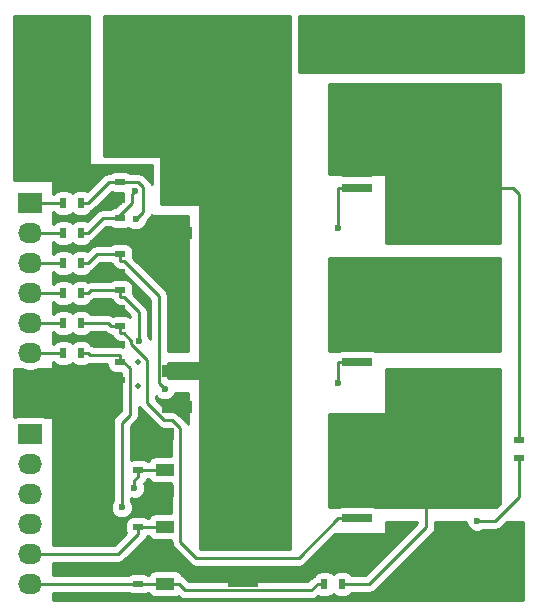
<source format=gbr>
G04 #@! TF.FileFunction,Copper,L1,Top,Signal*
%FSLAX46Y46*%
G04 Gerber Fmt 4.6, Leading zero omitted, Abs format (unit mm)*
G04 Created by KiCad (PCBNEW (2015-05-26 BZR 5684)-product) date Thu 13 Aug 2015 05:18:35 PM PDT*
%MOMM*%
G01*
G04 APERTURE LIST*
%ADD10C,0.100000*%
%ADD11C,0.508000*%
%ADD12R,2.500000X1.000000*%
%ADD13R,1.600000X1.000000*%
%ADD14R,2.032000X1.727200*%
%ADD15O,2.032000X1.727200*%
%ADD16C,1.600000*%
%ADD17R,7.620000X10.160000*%
%ADD18R,2.540000X0.700000*%
%ADD19R,0.500000X0.900000*%
%ADD20R,0.900000X0.500000*%
%ADD21C,0.600000*%
%ADD22C,0.250000*%
%ADD23C,0.254000*%
G04 APERTURE END LIST*
D10*
D11*
X167132000Y-85090000D03*
X167132000Y-83566000D03*
X163322000Y-83566000D03*
X163322000Y-85090000D03*
X163322000Y-86868000D03*
X163322000Y-88392000D03*
X163322000Y-89662000D03*
X163322000Y-91440000D03*
X163322000Y-93472000D03*
X167132000Y-86868000D03*
X167132000Y-88392000D03*
X167132000Y-89916000D03*
X167132000Y-91440000D03*
X167132000Y-93472000D03*
X167132000Y-95250000D03*
X163322000Y-100330000D03*
X163322000Y-99060000D03*
X163322000Y-98044000D03*
X167132000Y-98044000D03*
X167132000Y-99060000D03*
X167132000Y-100330000D03*
X167132000Y-101600000D03*
X167132000Y-102870000D03*
X163322000Y-102870000D03*
X163322000Y-104394000D03*
X167132000Y-104394000D03*
X167132000Y-114046000D03*
X167132000Y-116078000D03*
X167132000Y-117856000D03*
X163322000Y-117856000D03*
X163322000Y-116078000D03*
X163322000Y-114046000D03*
X167132000Y-112014000D03*
X163322000Y-112014000D03*
X163322000Y-109982000D03*
X167132000Y-109982000D03*
X167132000Y-107950000D03*
X138176000Y-111760000D03*
X138176000Y-95758000D03*
X132588000Y-93980000D03*
X132588000Y-96520000D03*
X132588000Y-99060000D03*
X132588000Y-101600000D03*
X132588000Y-104140000D03*
X135382000Y-92710000D03*
X132334000Y-79248000D03*
X128778000Y-79248000D03*
X159004000Y-79248000D03*
X164592000Y-79248000D03*
X169418000Y-79248000D03*
X153162000Y-79248000D03*
X138176000Y-106172000D03*
X138176000Y-108204000D03*
X129032000Y-109728000D03*
X129032000Y-107696000D03*
X132334000Y-107696000D03*
X132334000Y-110490000D03*
X132334000Y-120904000D03*
X134620000Y-120904000D03*
X134620000Y-116078000D03*
X132334000Y-116078000D03*
X154432000Y-122428000D03*
X157226000Y-122428000D03*
X163068000Y-122428000D03*
X169164000Y-123698000D03*
X132334000Y-125984000D03*
X138430000Y-122174000D03*
X134620000Y-125984000D03*
X132334000Y-113538000D03*
X134620000Y-118618000D03*
X132334000Y-118618000D03*
X132334000Y-91186000D03*
X128778000Y-89408000D03*
X132334000Y-89408000D03*
X132334000Y-86868000D03*
X128778000Y-86868000D03*
D12*
X141478000Y-106958000D03*
X141478000Y-109958000D03*
D13*
X140462000Y-115292000D03*
X140462000Y-112292000D03*
D12*
X147066000Y-121690000D03*
X147066000Y-124690000D03*
D13*
X140462000Y-120118000D03*
X140462000Y-117118000D03*
D12*
X141478000Y-92226000D03*
X141478000Y-95226000D03*
D13*
X140462000Y-124944000D03*
X140462000Y-121944000D03*
D14*
X129032000Y-92710000D03*
D15*
X129032000Y-95250000D03*
X129032000Y-97790000D03*
X129032000Y-100330000D03*
X129032000Y-102870000D03*
X129032000Y-105410000D03*
D14*
X129032000Y-112268000D03*
D15*
X129032000Y-114808000D03*
X129032000Y-117348000D03*
X129032000Y-119888000D03*
X129032000Y-122428000D03*
X129032000Y-124968000D03*
D16*
X163450000Y-107960000D03*
X163450000Y-101610000D03*
X163450000Y-95260000D03*
X136662000Y-84200000D03*
X130312000Y-84200000D03*
D17*
X147193000Y-87630000D03*
D18*
X156718000Y-91440000D03*
X156718000Y-90170000D03*
X156718000Y-88900000D03*
X156718000Y-86360000D03*
X156718000Y-85090000D03*
X156718000Y-83820000D03*
D17*
X147193000Y-102362000D03*
D18*
X156718000Y-106172000D03*
X156718000Y-104902000D03*
X156718000Y-103632000D03*
X156718000Y-101092000D03*
X156718000Y-99822000D03*
X156718000Y-98552000D03*
D17*
X147193000Y-115570000D03*
D18*
X156718000Y-119380000D03*
X156718000Y-118110000D03*
X156718000Y-116840000D03*
X156718000Y-114300000D03*
X156718000Y-113030000D03*
X156718000Y-111760000D03*
D19*
X133338000Y-92710000D03*
X131838000Y-92710000D03*
X133338000Y-95250000D03*
X131838000Y-95250000D03*
D20*
X136652000Y-90944000D03*
X136652000Y-92444000D03*
X136652000Y-93992000D03*
X136652000Y-95492000D03*
X170434000Y-114288000D03*
X170434000Y-112788000D03*
X138176000Y-115304000D03*
X138176000Y-113804000D03*
D19*
X133338000Y-97790000D03*
X131838000Y-97790000D03*
X133338000Y-100330000D03*
X131838000Y-100330000D03*
D20*
X136652000Y-97040000D03*
X136652000Y-98540000D03*
X136652000Y-100088000D03*
X136652000Y-101588000D03*
X138176000Y-120130000D03*
X138176000Y-118630000D03*
D19*
X133338000Y-102870000D03*
X131838000Y-102870000D03*
X133338000Y-105410000D03*
X131838000Y-105410000D03*
D20*
X136652000Y-103136000D03*
X136652000Y-104636000D03*
X136652000Y-106184000D03*
X136652000Y-107684000D03*
D19*
X153936000Y-124968000D03*
X155436000Y-124968000D03*
D20*
X138176000Y-124956000D03*
X138176000Y-123456000D03*
D21*
X141478000Y-109958000D03*
X137855000Y-116827000D03*
X166865500Y-119639100D03*
X156718000Y-111760000D03*
X156718000Y-113030000D03*
X156718000Y-114300000D03*
X156718000Y-116840000D03*
X156718000Y-118110000D03*
X157607000Y-115570000D03*
X156718000Y-98552000D03*
X156718000Y-99822000D03*
X156718000Y-101092000D03*
X156718000Y-103632000D03*
X156718000Y-104902000D03*
X157607000Y-102362000D03*
X156718000Y-83820000D03*
X156718000Y-85090000D03*
X156718000Y-86360000D03*
X156718000Y-88900000D03*
X156718000Y-90170000D03*
X157607000Y-87630000D03*
X155122700Y-94803600D03*
X137954400Y-94108500D03*
X137922000Y-91694000D03*
X155122700Y-107950000D03*
X140409300Y-108499600D03*
X138219800Y-104423300D03*
X136778100Y-118490000D03*
D22*
X138176000Y-115304000D02*
X138176000Y-115879300D01*
X137855000Y-116827000D02*
X137855000Y-116200300D01*
X137855000Y-116200300D02*
X138176000Y-115879300D01*
X170434000Y-114288000D02*
X170434000Y-117622600D01*
X170434000Y-117622600D02*
X168417500Y-119639100D01*
X168417500Y-119639100D02*
X166865500Y-119639100D01*
X140462000Y-115292000D02*
X139336700Y-115292000D01*
X138176000Y-115304000D02*
X139324700Y-115304000D01*
X139324700Y-115304000D02*
X139336700Y-115292000D01*
X138176000Y-120130000D02*
X138176000Y-120705300D01*
X129032000Y-122428000D02*
X136453300Y-122428000D01*
X136453300Y-122428000D02*
X138176000Y-120705300D01*
X140462000Y-120118000D02*
X139336700Y-120118000D01*
X138176000Y-120130000D02*
X139324700Y-120130000D01*
X139324700Y-120130000D02*
X139336700Y-120118000D01*
X138176000Y-124956000D02*
X137400700Y-124956000D01*
X129032000Y-124968000D02*
X137388700Y-124968000D01*
X137388700Y-124968000D02*
X137400700Y-124956000D01*
X140462000Y-124944000D02*
X141587300Y-124944000D01*
X153936000Y-124968000D02*
X153360700Y-124968000D01*
X153360700Y-124968000D02*
X152813300Y-125515400D01*
X152813300Y-125515400D02*
X142158700Y-125515400D01*
X142158700Y-125515400D02*
X141587300Y-124944000D01*
X140462000Y-124944000D02*
X139336700Y-124944000D01*
X138176000Y-124956000D02*
X139324700Y-124956000D01*
X139324700Y-124956000D02*
X139336700Y-124944000D01*
X131838000Y-92710000D02*
X129032000Y-92710000D01*
X131838000Y-95250000D02*
X129032000Y-95250000D01*
X131838000Y-97790000D02*
X129032000Y-97790000D01*
X131838000Y-100330000D02*
X129032000Y-100330000D01*
X131838000Y-102870000D02*
X129032000Y-102870000D01*
X131838000Y-105410000D02*
X129032000Y-105410000D01*
X157734000Y-124968000D02*
X155436000Y-124968000D01*
X162560000Y-120142000D02*
X162560000Y-118872000D01*
X157734000Y-124968000D02*
X162560000Y-120142000D01*
X162560000Y-118364000D02*
X162560000Y-118872000D01*
X157607000Y-115570000D02*
X157480000Y-115570000D01*
X157607000Y-102362000D02*
X157480000Y-102362000D01*
X170434000Y-92456000D02*
X170434000Y-92710000D01*
X170434000Y-112788000D02*
X170434000Y-92456000D01*
X170434000Y-91948000D02*
X169926000Y-91440000D01*
X169926000Y-91440000D02*
X168148000Y-91440000D01*
X170434000Y-92456000D02*
X170434000Y-91948000D01*
X157607000Y-87630000D02*
X157480000Y-87630000D01*
X136652000Y-90944000D02*
X138189300Y-90944000D01*
X155122700Y-91440000D02*
X155122700Y-94803600D01*
X156718000Y-91440000D02*
X155122700Y-91440000D01*
X138189300Y-90944000D02*
X138618000Y-91372700D01*
X138618000Y-91372700D02*
X138618000Y-93444900D01*
X138618000Y-93444900D02*
X137954400Y-94108500D01*
X133913300Y-92710000D02*
X135679300Y-90944000D01*
X135679300Y-90944000D02*
X136652000Y-90944000D01*
X133338000Y-92710000D02*
X133913300Y-92710000D01*
X137160000Y-93218000D02*
X136383400Y-93992000D01*
X137668000Y-92710000D02*
X137160000Y-93218000D01*
X137668000Y-91948000D02*
X137668000Y-92710000D01*
X137922000Y-91694000D02*
X137668000Y-91948000D01*
X136229500Y-93992000D02*
X136383400Y-93992000D01*
X136229500Y-93992000D02*
X136652000Y-93992000D01*
X133913300Y-95250000D02*
X135171300Y-93992000D01*
X135171300Y-93992000D02*
X136229500Y-93992000D01*
X133338000Y-95250000D02*
X133913300Y-95250000D01*
X136652000Y-97040000D02*
X136652000Y-97615300D01*
X155122700Y-106172000D02*
X155122700Y-107950000D01*
X156718000Y-106172000D02*
X155122700Y-106172000D01*
X136652000Y-97615300D02*
X136939600Y-97615300D01*
X136939600Y-97615300D02*
X139902700Y-100578400D01*
X139902700Y-100578400D02*
X139902700Y-107993000D01*
X139902700Y-107993000D02*
X140409300Y-108499600D01*
X133913300Y-97790000D02*
X134663300Y-97040000D01*
X134663300Y-97040000D02*
X136652000Y-97040000D01*
X133338000Y-97790000D02*
X133913300Y-97790000D01*
X136652000Y-100088000D02*
X136652000Y-100663300D01*
X136652000Y-100663300D02*
X136939600Y-100663300D01*
X136939600Y-100663300D02*
X138219800Y-101943500D01*
X138219800Y-101943500D02*
X138219800Y-104423300D01*
X133913300Y-100330000D02*
X134155300Y-100088000D01*
X134155300Y-100088000D02*
X136652000Y-100088000D01*
X133338000Y-100330000D02*
X133913300Y-100330000D01*
X136652000Y-103711300D02*
X136939600Y-103711300D01*
X136939600Y-103711300D02*
X137594500Y-104366200D01*
X137594500Y-104366200D02*
X137594500Y-104682300D01*
X137594500Y-104682300D02*
X138910000Y-105997800D01*
X138910000Y-105997800D02*
X138910000Y-109634000D01*
X138910000Y-109634000D02*
X140362200Y-111086200D01*
X140362200Y-111086200D02*
X141030800Y-111086200D01*
X141030800Y-111086200D02*
X141730900Y-111786300D01*
X141730900Y-111786300D02*
X141730900Y-121395500D01*
X141730900Y-121395500D02*
X143088800Y-122753400D01*
X143088800Y-122753400D02*
X151749300Y-122753400D01*
X151749300Y-122753400D02*
X155122700Y-119380000D01*
X156718000Y-119380000D02*
X155122700Y-119380000D01*
X136652000Y-103136000D02*
X136652000Y-103711300D01*
X136264400Y-103136000D02*
X136652000Y-103136000D01*
X136264400Y-103136000D02*
X135876700Y-103136000D01*
X135876700Y-103136000D02*
X135610700Y-102870000D01*
X135610700Y-102870000D02*
X133338000Y-102870000D01*
X136652000Y-105896300D02*
X137466900Y-106711200D01*
X137466900Y-106711200D02*
X137466900Y-110624700D01*
X137466900Y-110624700D02*
X136778100Y-111313500D01*
X136778100Y-111313500D02*
X136778100Y-118490000D01*
X136652000Y-105896300D02*
X136652000Y-105608700D01*
X136652000Y-106184000D02*
X136652000Y-105896300D01*
X133338000Y-105410000D02*
X133913300Y-105410000D01*
X136652000Y-105608700D02*
X134112000Y-105608700D01*
X134112000Y-105608700D02*
X133913300Y-105410000D01*
D23*
G36*
X151003000Y-121993400D02*
X143403602Y-121993400D01*
X143383000Y-121972798D01*
X143383000Y-107569000D01*
X140662700Y-107569000D01*
X140662700Y-106299000D01*
X143383000Y-106299000D01*
X143383000Y-92837000D01*
X140081000Y-92837000D01*
X140081000Y-88773000D01*
X135255000Y-88773000D01*
X135255000Y-76885000D01*
X151003000Y-76885000D01*
X151003000Y-121993400D01*
X151003000Y-121993400D01*
G37*
X151003000Y-121993400D02*
X143403602Y-121993400D01*
X143383000Y-121972798D01*
X143383000Y-107569000D01*
X140662700Y-107569000D01*
X140662700Y-106299000D01*
X143383000Y-106299000D01*
X143383000Y-92837000D01*
X140081000Y-92837000D01*
X140081000Y-88773000D01*
X135255000Y-88773000D01*
X135255000Y-76885000D01*
X151003000Y-76885000D01*
X151003000Y-121993400D01*
G36*
X168783000Y-118198798D02*
X168490798Y-118491000D01*
X158324122Y-118491000D01*
X158237640Y-118432623D01*
X157988000Y-118382560D01*
X155448000Y-118382560D01*
X155205877Y-118429537D01*
X155112311Y-118491000D01*
X154305000Y-118491000D01*
X154305000Y-110617000D01*
X159131000Y-110617000D01*
X159131000Y-107188000D01*
X159131000Y-106807000D01*
X168783000Y-106807000D01*
X168783000Y-118198798D01*
X168783000Y-118198798D01*
G37*
X168783000Y-118198798D02*
X168490798Y-118491000D01*
X158324122Y-118491000D01*
X158237640Y-118432623D01*
X157988000Y-118382560D01*
X155448000Y-118382560D01*
X155205877Y-118429537D01*
X155112311Y-118491000D01*
X154305000Y-118491000D01*
X154305000Y-110617000D01*
X159131000Y-110617000D01*
X159131000Y-107188000D01*
X159131000Y-106807000D01*
X168783000Y-106807000D01*
X168783000Y-118198798D01*
G36*
X168783000Y-105283000D02*
X159004000Y-105283000D01*
X158324122Y-105283000D01*
X158237640Y-105224623D01*
X157988000Y-105174560D01*
X155448000Y-105174560D01*
X155205877Y-105221537D01*
X155112311Y-105283000D01*
X154305000Y-105283000D01*
X154305000Y-97409000D01*
X168783000Y-97409000D01*
X168783000Y-105283000D01*
X168783000Y-105283000D01*
G37*
X168783000Y-105283000D02*
X159004000Y-105283000D01*
X158324122Y-105283000D01*
X158237640Y-105224623D01*
X157988000Y-105174560D01*
X155448000Y-105174560D01*
X155205877Y-105221537D01*
X155112311Y-105283000D01*
X154305000Y-105283000D01*
X154305000Y-97409000D01*
X168783000Y-97409000D01*
X168783000Y-105283000D01*
G36*
X168783000Y-96139000D02*
X159131000Y-96139000D01*
X159131000Y-90297000D01*
X154305000Y-90297000D01*
X154305000Y-82677000D01*
X168783000Y-82677000D01*
X168783000Y-96139000D01*
X168783000Y-96139000D01*
G37*
X168783000Y-96139000D02*
X159131000Y-96139000D01*
X159131000Y-90297000D01*
X154305000Y-90297000D01*
X154305000Y-82677000D01*
X168783000Y-82677000D01*
X168783000Y-96139000D01*
G36*
X136876481Y-104893352D02*
X136652000Y-104848700D01*
X134414933Y-104848700D01*
X134204139Y-104707852D01*
X134178531Y-104702758D01*
X134048673Y-104505073D01*
X133837640Y-104362623D01*
X133588000Y-104312560D01*
X133088000Y-104312560D01*
X132845877Y-104359537D01*
X132633073Y-104499327D01*
X132588386Y-104565528D01*
X132548673Y-104505073D01*
X132337640Y-104362623D01*
X132088000Y-104312560D01*
X131588000Y-104312560D01*
X131345877Y-104359537D01*
X131133073Y-104499327D01*
X131031366Y-104650000D01*
X130937000Y-104650000D01*
X130937000Y-103630000D01*
X131032125Y-103630000D01*
X131127327Y-103774927D01*
X131338360Y-103917377D01*
X131588000Y-103967440D01*
X132088000Y-103967440D01*
X132330123Y-103920463D01*
X132542927Y-103780673D01*
X132587613Y-103714471D01*
X132627327Y-103774927D01*
X132838360Y-103917377D01*
X133088000Y-103967440D01*
X133588000Y-103967440D01*
X133830123Y-103920463D01*
X134042927Y-103780673D01*
X134144633Y-103630000D01*
X135295898Y-103630000D01*
X135339299Y-103673401D01*
X135585861Y-103838148D01*
X135800443Y-103880831D01*
X135945152Y-103978511D01*
X135949852Y-104002139D01*
X136114599Y-104248701D01*
X136361161Y-104413448D01*
X136618043Y-104464545D01*
X136834500Y-104681002D01*
X136834500Y-104682300D01*
X136876481Y-104893352D01*
X136876481Y-104893352D01*
G37*
X136876481Y-104893352D02*
X136652000Y-104848700D01*
X134414933Y-104848700D01*
X134204139Y-104707852D01*
X134178531Y-104702758D01*
X134048673Y-104505073D01*
X133837640Y-104362623D01*
X133588000Y-104312560D01*
X133088000Y-104312560D01*
X132845877Y-104359537D01*
X132633073Y-104499327D01*
X132588386Y-104565528D01*
X132548673Y-104505073D01*
X132337640Y-104362623D01*
X132088000Y-104312560D01*
X131588000Y-104312560D01*
X131345877Y-104359537D01*
X131133073Y-104499327D01*
X131031366Y-104650000D01*
X130937000Y-104650000D01*
X130937000Y-103630000D01*
X131032125Y-103630000D01*
X131127327Y-103774927D01*
X131338360Y-103917377D01*
X131588000Y-103967440D01*
X132088000Y-103967440D01*
X132330123Y-103920463D01*
X132542927Y-103780673D01*
X132587613Y-103714471D01*
X132627327Y-103774927D01*
X132838360Y-103917377D01*
X133088000Y-103967440D01*
X133588000Y-103967440D01*
X133830123Y-103920463D01*
X134042927Y-103780673D01*
X134144633Y-103630000D01*
X135295898Y-103630000D01*
X135339299Y-103673401D01*
X135585861Y-103838148D01*
X135800443Y-103880831D01*
X135945152Y-103978511D01*
X135949852Y-104002139D01*
X136114599Y-104248701D01*
X136361161Y-104413448D01*
X136618043Y-104464545D01*
X136834500Y-104681002D01*
X136834500Y-104682300D01*
X136876481Y-104893352D01*
G36*
X136929196Y-91841440D02*
X136908000Y-91948000D01*
X136908000Y-92395198D01*
X136623201Y-92679996D01*
X136207245Y-93094560D01*
X136202000Y-93094560D01*
X135959877Y-93141537D01*
X135822164Y-93232000D01*
X135171300Y-93232000D01*
X134880461Y-93289852D01*
X134633899Y-93454599D01*
X133866436Y-94222061D01*
X133837640Y-94202623D01*
X133588000Y-94152560D01*
X133088000Y-94152560D01*
X132845877Y-94199537D01*
X132633073Y-94339327D01*
X132588386Y-94405528D01*
X132548673Y-94345073D01*
X132337640Y-94202623D01*
X132088000Y-94152560D01*
X131588000Y-94152560D01*
X131345877Y-94199537D01*
X131133073Y-94339327D01*
X131031366Y-94490000D01*
X130937000Y-94490000D01*
X130937000Y-93980000D01*
X130937000Y-93726000D01*
X130937000Y-93470000D01*
X131032125Y-93470000D01*
X131127327Y-93614927D01*
X131338360Y-93757377D01*
X131588000Y-93807440D01*
X132088000Y-93807440D01*
X132330123Y-93760463D01*
X132542927Y-93620673D01*
X132587613Y-93554471D01*
X132627327Y-93614927D01*
X132838360Y-93757377D01*
X133088000Y-93807440D01*
X133588000Y-93807440D01*
X133830123Y-93760463D01*
X134042927Y-93620673D01*
X134180511Y-93416847D01*
X134204139Y-93412148D01*
X134450701Y-93247401D01*
X135925115Y-91772986D01*
X135952360Y-91791377D01*
X136202000Y-91841440D01*
X136929196Y-91841440D01*
X136929196Y-91841440D01*
G37*
X136929196Y-91841440D02*
X136908000Y-91948000D01*
X136908000Y-92395198D01*
X136623201Y-92679996D01*
X136207245Y-93094560D01*
X136202000Y-93094560D01*
X135959877Y-93141537D01*
X135822164Y-93232000D01*
X135171300Y-93232000D01*
X134880461Y-93289852D01*
X134633899Y-93454599D01*
X133866436Y-94222061D01*
X133837640Y-94202623D01*
X133588000Y-94152560D01*
X133088000Y-94152560D01*
X132845877Y-94199537D01*
X132633073Y-94339327D01*
X132588386Y-94405528D01*
X132548673Y-94345073D01*
X132337640Y-94202623D01*
X132088000Y-94152560D01*
X131588000Y-94152560D01*
X131345877Y-94199537D01*
X131133073Y-94339327D01*
X131031366Y-94490000D01*
X130937000Y-94490000D01*
X130937000Y-93980000D01*
X130937000Y-93726000D01*
X130937000Y-93470000D01*
X131032125Y-93470000D01*
X131127327Y-93614927D01*
X131338360Y-93757377D01*
X131588000Y-93807440D01*
X132088000Y-93807440D01*
X132330123Y-93760463D01*
X132542927Y-93620673D01*
X132587613Y-93554471D01*
X132627327Y-93614927D01*
X132838360Y-93757377D01*
X133088000Y-93807440D01*
X133588000Y-93807440D01*
X133830123Y-93760463D01*
X134042927Y-93620673D01*
X134180511Y-93416847D01*
X134204139Y-93412148D01*
X134450701Y-93247401D01*
X135925115Y-91772986D01*
X135952360Y-91791377D01*
X136202000Y-91841440D01*
X136929196Y-91841440D01*
G36*
X137459800Y-102361632D02*
X137351640Y-102288623D01*
X137102000Y-102238560D01*
X136202000Y-102238560D01*
X136051161Y-102267825D01*
X135901539Y-102167852D01*
X135610700Y-102110000D01*
X134143874Y-102110000D01*
X134048673Y-101965073D01*
X133837640Y-101822623D01*
X133588000Y-101772560D01*
X133088000Y-101772560D01*
X132845877Y-101819537D01*
X132633073Y-101959327D01*
X132588386Y-102025528D01*
X132548673Y-101965073D01*
X132337640Y-101822623D01*
X132088000Y-101772560D01*
X131588000Y-101772560D01*
X131345877Y-101819537D01*
X131133073Y-101959327D01*
X131031366Y-102110000D01*
X130937000Y-102110000D01*
X130937000Y-101090000D01*
X131032125Y-101090000D01*
X131127327Y-101234927D01*
X131338360Y-101377377D01*
X131588000Y-101427440D01*
X132088000Y-101427440D01*
X132330123Y-101380463D01*
X132542927Y-101240673D01*
X132587613Y-101174471D01*
X132627327Y-101234927D01*
X132838360Y-101377377D01*
X133088000Y-101427440D01*
X133588000Y-101427440D01*
X133830123Y-101380463D01*
X134042927Y-101240673D01*
X134180511Y-101036847D01*
X134204139Y-101032148D01*
X134450701Y-100867401D01*
X134470102Y-100848000D01*
X135822915Y-100848000D01*
X135945152Y-100930511D01*
X135949852Y-100954139D01*
X136114599Y-101200701D01*
X136361161Y-101365448D01*
X136618043Y-101416545D01*
X137459800Y-102258302D01*
X137459800Y-102361632D01*
X137459800Y-102361632D01*
G37*
X137459800Y-102361632D02*
X137351640Y-102288623D01*
X137102000Y-102238560D01*
X136202000Y-102238560D01*
X136051161Y-102267825D01*
X135901539Y-102167852D01*
X135610700Y-102110000D01*
X134143874Y-102110000D01*
X134048673Y-101965073D01*
X133837640Y-101822623D01*
X133588000Y-101772560D01*
X133088000Y-101772560D01*
X132845877Y-101819537D01*
X132633073Y-101959327D01*
X132588386Y-102025528D01*
X132548673Y-101965073D01*
X132337640Y-101822623D01*
X132088000Y-101772560D01*
X131588000Y-101772560D01*
X131345877Y-101819537D01*
X131133073Y-101959327D01*
X131031366Y-102110000D01*
X130937000Y-102110000D01*
X130937000Y-101090000D01*
X131032125Y-101090000D01*
X131127327Y-101234927D01*
X131338360Y-101377377D01*
X131588000Y-101427440D01*
X132088000Y-101427440D01*
X132330123Y-101380463D01*
X132542927Y-101240673D01*
X132587613Y-101174471D01*
X132627327Y-101234927D01*
X132838360Y-101377377D01*
X133088000Y-101427440D01*
X133588000Y-101427440D01*
X133830123Y-101380463D01*
X134042927Y-101240673D01*
X134180511Y-101036847D01*
X134204139Y-101032148D01*
X134450701Y-100867401D01*
X134470102Y-100848000D01*
X135822915Y-100848000D01*
X135945152Y-100930511D01*
X135949852Y-100954139D01*
X136114599Y-101200701D01*
X136361161Y-101365448D01*
X136618043Y-101416545D01*
X137459800Y-102258302D01*
X137459800Y-102361632D01*
G36*
X139142700Y-104208456D02*
X139012917Y-103894357D01*
X138979800Y-103861182D01*
X138979800Y-101943500D01*
X138921948Y-101652661D01*
X138921948Y-101652660D01*
X138757201Y-101406099D01*
X137739361Y-100388259D01*
X137749440Y-100338000D01*
X137749440Y-99838000D01*
X137702463Y-99595877D01*
X137562673Y-99383073D01*
X137351640Y-99240623D01*
X137102000Y-99190560D01*
X136202000Y-99190560D01*
X135959877Y-99237537D01*
X135822164Y-99328000D01*
X134155300Y-99328000D01*
X133961865Y-99366476D01*
X133837640Y-99282623D01*
X133588000Y-99232560D01*
X133088000Y-99232560D01*
X132845877Y-99279537D01*
X132633073Y-99419327D01*
X132588386Y-99485528D01*
X132548673Y-99425073D01*
X132337640Y-99282623D01*
X132088000Y-99232560D01*
X131588000Y-99232560D01*
X131345877Y-99279537D01*
X131133073Y-99419327D01*
X131031366Y-99570000D01*
X130937000Y-99570000D01*
X130937000Y-98550000D01*
X131032125Y-98550000D01*
X131127327Y-98694927D01*
X131338360Y-98837377D01*
X131588000Y-98887440D01*
X132088000Y-98887440D01*
X132330123Y-98840463D01*
X132542927Y-98700673D01*
X132587613Y-98634471D01*
X132627327Y-98694927D01*
X132838360Y-98837377D01*
X133088000Y-98887440D01*
X133588000Y-98887440D01*
X133830123Y-98840463D01*
X134042927Y-98700673D01*
X134180511Y-98496847D01*
X134204139Y-98492148D01*
X134450701Y-98327401D01*
X134978102Y-97800000D01*
X135822915Y-97800000D01*
X135945152Y-97882511D01*
X135949852Y-97906139D01*
X136114599Y-98152701D01*
X136361161Y-98317448D01*
X136618043Y-98368545D01*
X139142700Y-100893202D01*
X139142700Y-104208456D01*
X139142700Y-104208456D01*
G37*
X139142700Y-104208456D02*
X139012917Y-103894357D01*
X138979800Y-103861182D01*
X138979800Y-101943500D01*
X138921948Y-101652661D01*
X138921948Y-101652660D01*
X138757201Y-101406099D01*
X137739361Y-100388259D01*
X137749440Y-100338000D01*
X137749440Y-99838000D01*
X137702463Y-99595877D01*
X137562673Y-99383073D01*
X137351640Y-99240623D01*
X137102000Y-99190560D01*
X136202000Y-99190560D01*
X135959877Y-99237537D01*
X135822164Y-99328000D01*
X134155300Y-99328000D01*
X133961865Y-99366476D01*
X133837640Y-99282623D01*
X133588000Y-99232560D01*
X133088000Y-99232560D01*
X132845877Y-99279537D01*
X132633073Y-99419327D01*
X132588386Y-99485528D01*
X132548673Y-99425073D01*
X132337640Y-99282623D01*
X132088000Y-99232560D01*
X131588000Y-99232560D01*
X131345877Y-99279537D01*
X131133073Y-99419327D01*
X131031366Y-99570000D01*
X130937000Y-99570000D01*
X130937000Y-98550000D01*
X131032125Y-98550000D01*
X131127327Y-98694927D01*
X131338360Y-98837377D01*
X131588000Y-98887440D01*
X132088000Y-98887440D01*
X132330123Y-98840463D01*
X132542927Y-98700673D01*
X132587613Y-98634471D01*
X132627327Y-98694927D01*
X132838360Y-98837377D01*
X133088000Y-98887440D01*
X133588000Y-98887440D01*
X133830123Y-98840463D01*
X134042927Y-98700673D01*
X134180511Y-98496847D01*
X134204139Y-98492148D01*
X134450701Y-98327401D01*
X134978102Y-97800000D01*
X135822915Y-97800000D01*
X135945152Y-97882511D01*
X135949852Y-97906139D01*
X136114599Y-98152701D01*
X136361161Y-98317448D01*
X136618043Y-98368545D01*
X139142700Y-100893202D01*
X139142700Y-104208456D01*
G36*
X139319000Y-91080141D02*
X139155401Y-90835299D01*
X138726701Y-90406599D01*
X138480139Y-90241852D01*
X138189300Y-90184000D01*
X137481084Y-90184000D01*
X137351640Y-90096623D01*
X137102000Y-90046560D01*
X136202000Y-90046560D01*
X135959877Y-90093537D01*
X135822164Y-90184000D01*
X135679300Y-90184000D01*
X135388461Y-90241852D01*
X135141899Y-90406599D01*
X133866436Y-91682061D01*
X133837640Y-91662623D01*
X133588000Y-91612560D01*
X133088000Y-91612560D01*
X132845877Y-91659537D01*
X132633073Y-91799327D01*
X132588386Y-91865528D01*
X132548673Y-91805073D01*
X132337640Y-91662623D01*
X132088000Y-91612560D01*
X131588000Y-91612560D01*
X131345877Y-91659537D01*
X131133073Y-91799327D01*
X131031366Y-91950000D01*
X130937000Y-91950000D01*
X130937000Y-90805000D01*
X127685000Y-90805000D01*
X127685000Y-76885000D01*
X133985000Y-76885000D01*
X133985000Y-88392000D01*
X133985000Y-88646000D01*
X133985000Y-89535000D01*
X139319000Y-89535000D01*
X139319000Y-91080141D01*
X139319000Y-91080141D01*
G37*
X139319000Y-91080141D02*
X139155401Y-90835299D01*
X138726701Y-90406599D01*
X138480139Y-90241852D01*
X138189300Y-90184000D01*
X137481084Y-90184000D01*
X137351640Y-90096623D01*
X137102000Y-90046560D01*
X136202000Y-90046560D01*
X135959877Y-90093537D01*
X135822164Y-90184000D01*
X135679300Y-90184000D01*
X135388461Y-90241852D01*
X135141899Y-90406599D01*
X133866436Y-91682061D01*
X133837640Y-91662623D01*
X133588000Y-91612560D01*
X133088000Y-91612560D01*
X132845877Y-91659537D01*
X132633073Y-91799327D01*
X132588386Y-91865528D01*
X132548673Y-91805073D01*
X132337640Y-91662623D01*
X132088000Y-91612560D01*
X131588000Y-91612560D01*
X131345877Y-91659537D01*
X131133073Y-91799327D01*
X131031366Y-91950000D01*
X130937000Y-91950000D01*
X130937000Y-90805000D01*
X127685000Y-90805000D01*
X127685000Y-76885000D01*
X133985000Y-76885000D01*
X133985000Y-88392000D01*
X133985000Y-88646000D01*
X133985000Y-89535000D01*
X139319000Y-89535000D01*
X139319000Y-91080141D01*
G36*
X140970900Y-114144560D02*
X139662000Y-114144560D01*
X139419877Y-114191537D01*
X139207073Y-114331327D01*
X139064623Y-114542360D01*
X139064294Y-114544000D01*
X139005084Y-114544000D01*
X138875640Y-114456623D01*
X138626000Y-114406560D01*
X137726000Y-114406560D01*
X137538100Y-114443016D01*
X137538100Y-111628302D01*
X138004301Y-111162101D01*
X138169048Y-110915540D01*
X138169048Y-110915539D01*
X138226900Y-110624700D01*
X138226900Y-109953346D01*
X138372599Y-110171401D01*
X139824799Y-111623601D01*
X140071361Y-111788348D01*
X140362200Y-111846200D01*
X140715998Y-111846200D01*
X140970900Y-112101102D01*
X140970900Y-114144560D01*
X140970900Y-114144560D01*
G37*
X140970900Y-114144560D02*
X139662000Y-114144560D01*
X139419877Y-114191537D01*
X139207073Y-114331327D01*
X139064623Y-114542360D01*
X139064294Y-114544000D01*
X139005084Y-114544000D01*
X138875640Y-114456623D01*
X138626000Y-114406560D01*
X137726000Y-114406560D01*
X137538100Y-114443016D01*
X137538100Y-111628302D01*
X138004301Y-111162101D01*
X138169048Y-110915540D01*
X138169048Y-110915539D01*
X138226900Y-110624700D01*
X138226900Y-109953346D01*
X138372599Y-110171401D01*
X139824799Y-111623601D01*
X140071361Y-111788348D01*
X140362200Y-111846200D01*
X140715998Y-111846200D01*
X140970900Y-112101102D01*
X140970900Y-114144560D01*
G36*
X140970900Y-118970560D02*
X139662000Y-118970560D01*
X139419877Y-119017537D01*
X139207073Y-119157327D01*
X139064623Y-119368360D01*
X139064294Y-119370000D01*
X139005084Y-119370000D01*
X138875640Y-119282623D01*
X138626000Y-119232560D01*
X137726000Y-119232560D01*
X137483877Y-119279537D01*
X137271073Y-119419327D01*
X137128623Y-119630360D01*
X137078560Y-119880000D01*
X137078560Y-120380000D01*
X137125537Y-120622123D01*
X137148864Y-120657633D01*
X136138498Y-121668000D01*
X130937000Y-121668000D01*
X130937000Y-110871000D01*
X130392418Y-110871000D01*
X130297640Y-110807023D01*
X130048000Y-110756960D01*
X128016000Y-110756960D01*
X127773877Y-110803937D01*
X127685000Y-110862319D01*
X127685000Y-106807000D01*
X128336477Y-106807000D01*
X128847255Y-106908600D01*
X129216745Y-106908600D01*
X129727522Y-106807000D01*
X130937000Y-106807000D01*
X130937000Y-106170000D01*
X131032125Y-106170000D01*
X131127327Y-106314927D01*
X131338360Y-106457377D01*
X131588000Y-106507440D01*
X132088000Y-106507440D01*
X132330123Y-106460463D01*
X132542927Y-106320673D01*
X132587613Y-106254471D01*
X132627327Y-106314927D01*
X132838360Y-106457377D01*
X133088000Y-106507440D01*
X133588000Y-106507440D01*
X133830123Y-106460463D01*
X134002862Y-106346991D01*
X134112000Y-106368700D01*
X135554560Y-106368700D01*
X135554560Y-106434000D01*
X135601537Y-106676123D01*
X135741327Y-106888927D01*
X135952360Y-107031377D01*
X136202000Y-107081440D01*
X136706900Y-107081440D01*
X136706900Y-110309898D01*
X136240699Y-110776099D01*
X136075952Y-111022661D01*
X136018100Y-111313500D01*
X136018100Y-117927537D01*
X135985908Y-117959673D01*
X135843262Y-118303201D01*
X135842938Y-118675167D01*
X135984983Y-119018943D01*
X136247773Y-119282192D01*
X136591301Y-119424838D01*
X136963267Y-119425162D01*
X137307043Y-119283117D01*
X137570292Y-119020327D01*
X137712938Y-118676799D01*
X137713262Y-118304833D01*
X137571217Y-117961057D01*
X137538100Y-117927882D01*
X137538100Y-117707815D01*
X137668201Y-117761838D01*
X138040167Y-117762162D01*
X138383943Y-117620117D01*
X138647192Y-117357327D01*
X138789838Y-117013799D01*
X138790162Y-116641833D01*
X138701894Y-116428207D01*
X138713401Y-116416701D01*
X138878148Y-116170139D01*
X138883241Y-116144531D01*
X139005835Y-116064000D01*
X139081163Y-116064000D01*
X139201327Y-116246927D01*
X139412360Y-116389377D01*
X139662000Y-116439440D01*
X140970900Y-116439440D01*
X140970900Y-118970560D01*
X140970900Y-118970560D01*
G37*
X140970900Y-118970560D02*
X139662000Y-118970560D01*
X139419877Y-119017537D01*
X139207073Y-119157327D01*
X139064623Y-119368360D01*
X139064294Y-119370000D01*
X139005084Y-119370000D01*
X138875640Y-119282623D01*
X138626000Y-119232560D01*
X137726000Y-119232560D01*
X137483877Y-119279537D01*
X137271073Y-119419327D01*
X137128623Y-119630360D01*
X137078560Y-119880000D01*
X137078560Y-120380000D01*
X137125537Y-120622123D01*
X137148864Y-120657633D01*
X136138498Y-121668000D01*
X130937000Y-121668000D01*
X130937000Y-110871000D01*
X130392418Y-110871000D01*
X130297640Y-110807023D01*
X130048000Y-110756960D01*
X128016000Y-110756960D01*
X127773877Y-110803937D01*
X127685000Y-110862319D01*
X127685000Y-106807000D01*
X128336477Y-106807000D01*
X128847255Y-106908600D01*
X129216745Y-106908600D01*
X129727522Y-106807000D01*
X130937000Y-106807000D01*
X130937000Y-106170000D01*
X131032125Y-106170000D01*
X131127327Y-106314927D01*
X131338360Y-106457377D01*
X131588000Y-106507440D01*
X132088000Y-106507440D01*
X132330123Y-106460463D01*
X132542927Y-106320673D01*
X132587613Y-106254471D01*
X132627327Y-106314927D01*
X132838360Y-106457377D01*
X133088000Y-106507440D01*
X133588000Y-106507440D01*
X133830123Y-106460463D01*
X134002862Y-106346991D01*
X134112000Y-106368700D01*
X135554560Y-106368700D01*
X135554560Y-106434000D01*
X135601537Y-106676123D01*
X135741327Y-106888927D01*
X135952360Y-107031377D01*
X136202000Y-107081440D01*
X136706900Y-107081440D01*
X136706900Y-110309898D01*
X136240699Y-110776099D01*
X136075952Y-111022661D01*
X136018100Y-111313500D01*
X136018100Y-117927537D01*
X135985908Y-117959673D01*
X135843262Y-118303201D01*
X135842938Y-118675167D01*
X135984983Y-119018943D01*
X136247773Y-119282192D01*
X136591301Y-119424838D01*
X136963267Y-119425162D01*
X137307043Y-119283117D01*
X137570292Y-119020327D01*
X137712938Y-118676799D01*
X137713262Y-118304833D01*
X137571217Y-117961057D01*
X137538100Y-117927882D01*
X137538100Y-117707815D01*
X137668201Y-117761838D01*
X138040167Y-117762162D01*
X138383943Y-117620117D01*
X138647192Y-117357327D01*
X138789838Y-117013799D01*
X138790162Y-116641833D01*
X138701894Y-116428207D01*
X138713401Y-116416701D01*
X138878148Y-116170139D01*
X138883241Y-116144531D01*
X139005835Y-116064000D01*
X139081163Y-116064000D01*
X139201327Y-116246927D01*
X139412360Y-116389377D01*
X139662000Y-116439440D01*
X140970900Y-116439440D01*
X140970900Y-118970560D01*
G36*
X142367000Y-105283000D02*
X140662700Y-105283000D01*
X140662700Y-100578400D01*
X140604848Y-100287561D01*
X140604848Y-100287560D01*
X140440101Y-100040999D01*
X137739361Y-97340259D01*
X137749440Y-97290000D01*
X137749440Y-96790000D01*
X137702463Y-96547877D01*
X137562673Y-96335073D01*
X137351640Y-96192623D01*
X137102000Y-96142560D01*
X136202000Y-96142560D01*
X135959877Y-96189537D01*
X135822164Y-96280000D01*
X134663300Y-96280000D01*
X134372460Y-96337852D01*
X134125899Y-96502599D01*
X133866436Y-96762061D01*
X133837640Y-96742623D01*
X133588000Y-96692560D01*
X133088000Y-96692560D01*
X132845877Y-96739537D01*
X132633073Y-96879327D01*
X132588386Y-96945528D01*
X132548673Y-96885073D01*
X132337640Y-96742623D01*
X132088000Y-96692560D01*
X131588000Y-96692560D01*
X131345877Y-96739537D01*
X131133073Y-96879327D01*
X131031366Y-97030000D01*
X130937000Y-97030000D01*
X130937000Y-96010000D01*
X131032125Y-96010000D01*
X131127327Y-96154927D01*
X131338360Y-96297377D01*
X131588000Y-96347440D01*
X132088000Y-96347440D01*
X132330123Y-96300463D01*
X132542927Y-96160673D01*
X132587613Y-96094471D01*
X132627327Y-96154927D01*
X132838360Y-96297377D01*
X133088000Y-96347440D01*
X133588000Y-96347440D01*
X133830123Y-96300463D01*
X134042927Y-96160673D01*
X134180511Y-95956847D01*
X134204139Y-95952148D01*
X134450701Y-95787401D01*
X135486102Y-94752000D01*
X135822915Y-94752000D01*
X135952360Y-94839377D01*
X136202000Y-94889440D01*
X137102000Y-94889440D01*
X137344123Y-94842463D01*
X137357302Y-94833805D01*
X137424073Y-94900692D01*
X137767601Y-95043338D01*
X138139567Y-95043662D01*
X138483343Y-94901617D01*
X138746592Y-94638827D01*
X138889238Y-94295299D01*
X138889278Y-94248423D01*
X139155401Y-93982301D01*
X139319000Y-93737457D01*
X139319000Y-93853000D01*
X142367000Y-93853000D01*
X142367000Y-105283000D01*
X142367000Y-105283000D01*
G37*
X142367000Y-105283000D02*
X140662700Y-105283000D01*
X140662700Y-100578400D01*
X140604848Y-100287561D01*
X140604848Y-100287560D01*
X140440101Y-100040999D01*
X137739361Y-97340259D01*
X137749440Y-97290000D01*
X137749440Y-96790000D01*
X137702463Y-96547877D01*
X137562673Y-96335073D01*
X137351640Y-96192623D01*
X137102000Y-96142560D01*
X136202000Y-96142560D01*
X135959877Y-96189537D01*
X135822164Y-96280000D01*
X134663300Y-96280000D01*
X134372460Y-96337852D01*
X134125899Y-96502599D01*
X133866436Y-96762061D01*
X133837640Y-96742623D01*
X133588000Y-96692560D01*
X133088000Y-96692560D01*
X132845877Y-96739537D01*
X132633073Y-96879327D01*
X132588386Y-96945528D01*
X132548673Y-96885073D01*
X132337640Y-96742623D01*
X132088000Y-96692560D01*
X131588000Y-96692560D01*
X131345877Y-96739537D01*
X131133073Y-96879327D01*
X131031366Y-97030000D01*
X130937000Y-97030000D01*
X130937000Y-96010000D01*
X131032125Y-96010000D01*
X131127327Y-96154927D01*
X131338360Y-96297377D01*
X131588000Y-96347440D01*
X132088000Y-96347440D01*
X132330123Y-96300463D01*
X132542927Y-96160673D01*
X132587613Y-96094471D01*
X132627327Y-96154927D01*
X132838360Y-96297377D01*
X133088000Y-96347440D01*
X133588000Y-96347440D01*
X133830123Y-96300463D01*
X134042927Y-96160673D01*
X134180511Y-95956847D01*
X134204139Y-95952148D01*
X134450701Y-95787401D01*
X135486102Y-94752000D01*
X135822915Y-94752000D01*
X135952360Y-94839377D01*
X136202000Y-94889440D01*
X137102000Y-94889440D01*
X137344123Y-94842463D01*
X137357302Y-94833805D01*
X137424073Y-94900692D01*
X137767601Y-95043338D01*
X138139567Y-95043662D01*
X138483343Y-94901617D01*
X138746592Y-94638827D01*
X138889238Y-94295299D01*
X138889278Y-94248423D01*
X139155401Y-93982301D01*
X139319000Y-93737457D01*
X139319000Y-93853000D01*
X142367000Y-93853000D01*
X142367000Y-105283000D01*
G36*
X142367000Y-111396612D02*
X142268301Y-111248899D01*
X141568201Y-110548799D01*
X141321639Y-110384052D01*
X141030800Y-110326200D01*
X140677002Y-110326200D01*
X139670000Y-109319198D01*
X139670000Y-109082453D01*
X139878973Y-109291792D01*
X140222501Y-109434438D01*
X140594467Y-109434762D01*
X140938243Y-109292717D01*
X141201492Y-109029927D01*
X141280772Y-108839000D01*
X142367000Y-108839000D01*
X142367000Y-111396612D01*
X142367000Y-111396612D01*
G37*
X142367000Y-111396612D02*
X142268301Y-111248899D01*
X141568201Y-110548799D01*
X141321639Y-110384052D01*
X141030800Y-110326200D01*
X140677002Y-110326200D01*
X139670000Y-109319198D01*
X139670000Y-109082453D01*
X139878973Y-109291792D01*
X140222501Y-109434438D01*
X140594467Y-109434762D01*
X140938243Y-109292717D01*
X141201492Y-109029927D01*
X141280772Y-108839000D01*
X142367000Y-108839000D01*
X142367000Y-111396612D01*
G36*
X161800000Y-119827198D02*
X157419198Y-124208000D01*
X156241874Y-124208000D01*
X156146673Y-124063073D01*
X155935640Y-123920623D01*
X155686000Y-123870560D01*
X155186000Y-123870560D01*
X154943877Y-123917537D01*
X154731073Y-124057327D01*
X154686386Y-124123528D01*
X154646673Y-124063073D01*
X154435640Y-123920623D01*
X154186000Y-123870560D01*
X153686000Y-123870560D01*
X153443877Y-123917537D01*
X153231073Y-124057327D01*
X153093488Y-124261152D01*
X153069861Y-124265852D01*
X152823299Y-124430598D01*
X152498497Y-124755400D01*
X142473501Y-124755400D01*
X142124701Y-124406599D01*
X141878139Y-124241852D01*
X141869901Y-124240213D01*
X141862463Y-124201877D01*
X141722673Y-123989073D01*
X141511640Y-123846623D01*
X141262000Y-123796560D01*
X139662000Y-123796560D01*
X139419877Y-123843537D01*
X139207073Y-123983327D01*
X139064623Y-124194360D01*
X139064294Y-124196000D01*
X139005084Y-124196000D01*
X138875640Y-124108623D01*
X138626000Y-124058560D01*
X137726000Y-124058560D01*
X137483877Y-124105537D01*
X137327896Y-124208000D01*
X130937000Y-124208000D01*
X130937000Y-123190000D01*
X130937000Y-123188000D01*
X136453300Y-123188000D01*
X136744139Y-123130148D01*
X136990701Y-122965401D01*
X138713401Y-121242701D01*
X138878148Y-120996139D01*
X138883241Y-120970531D01*
X139005835Y-120890000D01*
X139081163Y-120890000D01*
X139201327Y-121072927D01*
X139412360Y-121215377D01*
X139662000Y-121265440D01*
X140970900Y-121265440D01*
X140970900Y-121395500D01*
X141028752Y-121686339D01*
X141193499Y-121932901D01*
X142551399Y-123290801D01*
X142797961Y-123455548D01*
X143088800Y-123513400D01*
X151749300Y-123513400D01*
X152040139Y-123455548D01*
X152286701Y-123290801D01*
X154800502Y-120777000D01*
X159131000Y-120777000D01*
X159131000Y-119761000D01*
X161800000Y-119761000D01*
X161800000Y-119827198D01*
X161800000Y-119827198D01*
G37*
X161800000Y-119827198D02*
X157419198Y-124208000D01*
X156241874Y-124208000D01*
X156146673Y-124063073D01*
X155935640Y-123920623D01*
X155686000Y-123870560D01*
X155186000Y-123870560D01*
X154943877Y-123917537D01*
X154731073Y-124057327D01*
X154686386Y-124123528D01*
X154646673Y-124063073D01*
X154435640Y-123920623D01*
X154186000Y-123870560D01*
X153686000Y-123870560D01*
X153443877Y-123917537D01*
X153231073Y-124057327D01*
X153093488Y-124261152D01*
X153069861Y-124265852D01*
X152823299Y-124430598D01*
X152498497Y-124755400D01*
X142473501Y-124755400D01*
X142124701Y-124406599D01*
X141878139Y-124241852D01*
X141869901Y-124240213D01*
X141862463Y-124201877D01*
X141722673Y-123989073D01*
X141511640Y-123846623D01*
X141262000Y-123796560D01*
X139662000Y-123796560D01*
X139419877Y-123843537D01*
X139207073Y-123983327D01*
X139064623Y-124194360D01*
X139064294Y-124196000D01*
X139005084Y-124196000D01*
X138875640Y-124108623D01*
X138626000Y-124058560D01*
X137726000Y-124058560D01*
X137483877Y-124105537D01*
X137327896Y-124208000D01*
X130937000Y-124208000D01*
X130937000Y-123190000D01*
X130937000Y-123188000D01*
X136453300Y-123188000D01*
X136744139Y-123130148D01*
X136990701Y-122965401D01*
X138713401Y-121242701D01*
X138878148Y-120996139D01*
X138883241Y-120970531D01*
X139005835Y-120890000D01*
X139081163Y-120890000D01*
X139201327Y-121072927D01*
X139412360Y-121215377D01*
X139662000Y-121265440D01*
X140970900Y-121265440D01*
X140970900Y-121395500D01*
X141028752Y-121686339D01*
X141193499Y-121932901D01*
X142551399Y-123290801D01*
X142797961Y-123455548D01*
X143088800Y-123513400D01*
X151749300Y-123513400D01*
X152040139Y-123455548D01*
X152286701Y-123290801D01*
X154800502Y-120777000D01*
X159131000Y-120777000D01*
X159131000Y-119761000D01*
X161800000Y-119761000D01*
X161800000Y-119827198D01*
G36*
X170765000Y-126315000D02*
X130937000Y-126315000D01*
X130937000Y-125728000D01*
X137364692Y-125728000D01*
X137476360Y-125803377D01*
X137726000Y-125853440D01*
X138626000Y-125853440D01*
X138868123Y-125806463D01*
X139005835Y-125716000D01*
X139081163Y-125716000D01*
X139201327Y-125898927D01*
X139412360Y-126041377D01*
X139662000Y-126091440D01*
X141262000Y-126091440D01*
X141504123Y-126044463D01*
X141569810Y-126001312D01*
X141621299Y-126052801D01*
X141867861Y-126217548D01*
X142158700Y-126275400D01*
X152813300Y-126275400D01*
X153104139Y-126217548D01*
X153350701Y-126052801D01*
X153407563Y-125995938D01*
X153436360Y-126015377D01*
X153686000Y-126065440D01*
X154186000Y-126065440D01*
X154428123Y-126018463D01*
X154640927Y-125878673D01*
X154685613Y-125812471D01*
X154725327Y-125872927D01*
X154936360Y-126015377D01*
X155186000Y-126065440D01*
X155686000Y-126065440D01*
X155928123Y-126018463D01*
X156140927Y-125878673D01*
X156242633Y-125728000D01*
X157734000Y-125728000D01*
X158024839Y-125670148D01*
X158271401Y-125505401D01*
X163097401Y-120679401D01*
X163262148Y-120432839D01*
X163320000Y-120142000D01*
X163320000Y-119761000D01*
X165930393Y-119761000D01*
X165930338Y-119824267D01*
X166072383Y-120168043D01*
X166335173Y-120431292D01*
X166678701Y-120573938D01*
X167050667Y-120574262D01*
X167394443Y-120432217D01*
X167427617Y-120399100D01*
X168417500Y-120399100D01*
X168708339Y-120341248D01*
X168954901Y-120176501D01*
X169370402Y-119761000D01*
X170765000Y-119761000D01*
X170765000Y-126315000D01*
X170765000Y-126315000D01*
G37*
X170765000Y-126315000D02*
X130937000Y-126315000D01*
X130937000Y-125728000D01*
X137364692Y-125728000D01*
X137476360Y-125803377D01*
X137726000Y-125853440D01*
X138626000Y-125853440D01*
X138868123Y-125806463D01*
X139005835Y-125716000D01*
X139081163Y-125716000D01*
X139201327Y-125898927D01*
X139412360Y-126041377D01*
X139662000Y-126091440D01*
X141262000Y-126091440D01*
X141504123Y-126044463D01*
X141569810Y-126001312D01*
X141621299Y-126052801D01*
X141867861Y-126217548D01*
X142158700Y-126275400D01*
X152813300Y-126275400D01*
X153104139Y-126217548D01*
X153350701Y-126052801D01*
X153407563Y-125995938D01*
X153436360Y-126015377D01*
X153686000Y-126065440D01*
X154186000Y-126065440D01*
X154428123Y-126018463D01*
X154640927Y-125878673D01*
X154685613Y-125812471D01*
X154725327Y-125872927D01*
X154936360Y-126015377D01*
X155186000Y-126065440D01*
X155686000Y-126065440D01*
X155928123Y-126018463D01*
X156140927Y-125878673D01*
X156242633Y-125728000D01*
X157734000Y-125728000D01*
X158024839Y-125670148D01*
X158271401Y-125505401D01*
X163097401Y-120679401D01*
X163262148Y-120432839D01*
X163320000Y-120142000D01*
X163320000Y-119761000D01*
X165930393Y-119761000D01*
X165930338Y-119824267D01*
X166072383Y-120168043D01*
X166335173Y-120431292D01*
X166678701Y-120573938D01*
X167050667Y-120574262D01*
X167394443Y-120432217D01*
X167427617Y-120399100D01*
X168417500Y-120399100D01*
X168708339Y-120341248D01*
X168954901Y-120176501D01*
X169370402Y-119761000D01*
X170765000Y-119761000D01*
X170765000Y-126315000D01*
G36*
X170765000Y-81661000D02*
X151765000Y-81661000D01*
X151765000Y-76885000D01*
X170765000Y-76885000D01*
X170765000Y-81661000D01*
X170765000Y-81661000D01*
G37*
X170765000Y-81661000D02*
X151765000Y-81661000D01*
X151765000Y-76885000D01*
X170765000Y-76885000D01*
X170765000Y-81661000D01*
M02*

</source>
